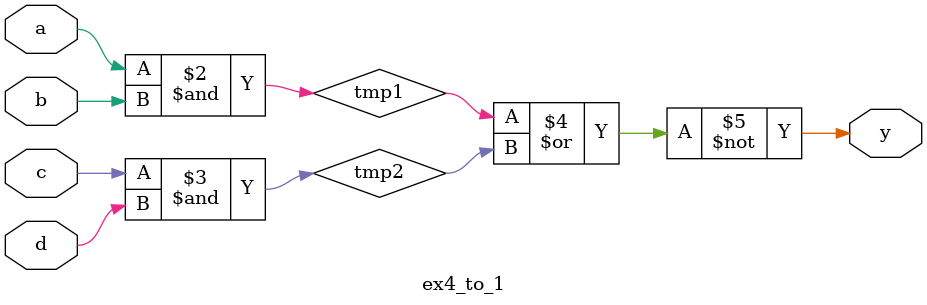
<source format=v>
module ex4_to_1(y, a, b, c, d);
	output y;
	input a, b, c, d;
	reg y, tmp1, tmp2;
	always @(a or c or d or b) begin
		tmp1 = a & b;
		tmp2 = c & d;
		y = ~(tmp1|tmp2);
	end
endmodule
</source>
